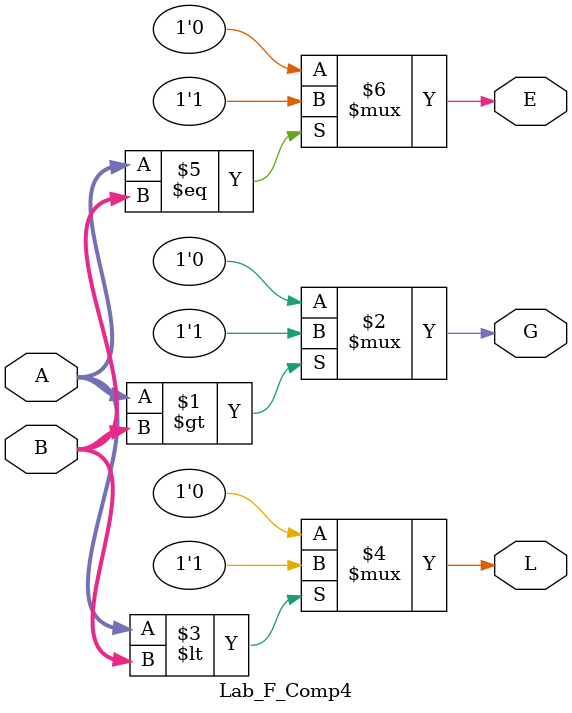
<source format=v>
`timescale 1ns / 1ps
module Lab_F_Comp4(A,B,G,E,L);

    input [3:0] A;
    input [3:0] B;
    output G;
    output E;
    output L;
	 
assign G = (A>B) ? 1'b1:1'b0;
assign L = (A<B) ? 1'b1:1'b0;
assign E = (A==B) ? 1'b1:1'b0;

endmodule

</source>
